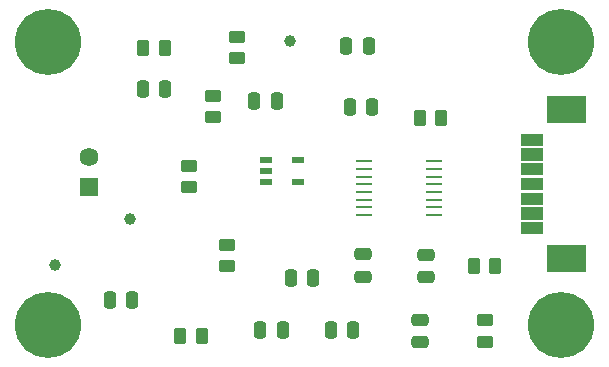
<source format=gts>
G04 #@! TF.GenerationSoftware,KiCad,Pcbnew,8.0.6*
G04 #@! TF.CreationDate,2025-01-26T18:36:01-05:00*
G04 #@! TF.ProjectId,Mic_Board_Omni_NEW,4d69635f-426f-4617-9264-5f4f6d6e695f,rev?*
G04 #@! TF.SameCoordinates,Original*
G04 #@! TF.FileFunction,Soldermask,Top*
G04 #@! TF.FilePolarity,Negative*
%FSLAX46Y46*%
G04 Gerber Fmt 4.6, Leading zero omitted, Abs format (unit mm)*
G04 Created by KiCad (PCBNEW 8.0.6) date 2025-01-26 18:36:01*
%MOMM*%
%LPD*%
G01*
G04 APERTURE LIST*
G04 Aperture macros list*
%AMRoundRect*
0 Rectangle with rounded corners*
0 $1 Rounding radius*
0 $2 $3 $4 $5 $6 $7 $8 $9 X,Y pos of 4 corners*
0 Add a 4 corners polygon primitive as box body*
4,1,4,$2,$3,$4,$5,$6,$7,$8,$9,$2,$3,0*
0 Add four circle primitives for the rounded corners*
1,1,$1+$1,$2,$3*
1,1,$1+$1,$4,$5*
1,1,$1+$1,$6,$7*
1,1,$1+$1,$8,$9*
0 Add four rect primitives between the rounded corners*
20,1,$1+$1,$2,$3,$4,$5,0*
20,1,$1+$1,$4,$5,$6,$7,0*
20,1,$1+$1,$6,$7,$8,$9,0*
20,1,$1+$1,$8,$9,$2,$3,0*%
G04 Aperture macros list end*
%ADD10C,0.010000*%
%ADD11R,1.409700X0.279400*%
%ADD12RoundRect,0.250000X0.450000X-0.262500X0.450000X0.262500X-0.450000X0.262500X-0.450000X-0.262500X0*%
%ADD13RoundRect,0.250000X0.475000X-0.250000X0.475000X0.250000X-0.475000X0.250000X-0.475000X-0.250000X0*%
%ADD14C,1.000000*%
%ADD15C,5.600000*%
%ADD16RoundRect,0.250000X-0.262500X-0.450000X0.262500X-0.450000X0.262500X0.450000X-0.262500X0.450000X0*%
%ADD17RoundRect,0.102000X-0.689000X-0.689000X0.689000X-0.689000X0.689000X0.689000X-0.689000X0.689000X0*%
%ADD18C,1.582000*%
%ADD19R,0.977900X0.508000*%
%ADD20RoundRect,0.250000X-0.475000X0.250000X-0.475000X-0.250000X0.475000X-0.250000X0.475000X0.250000X0*%
%ADD21RoundRect,0.250000X0.250000X0.475000X-0.250000X0.475000X-0.250000X-0.475000X0.250000X-0.475000X0*%
%ADD22RoundRect,0.250000X-0.250000X-0.475000X0.250000X-0.475000X0.250000X0.475000X-0.250000X0.475000X0*%
G04 APERTURE END LIST*
D10*
X173876200Y-78226200D02*
X172123800Y-78226200D01*
X172123800Y-77273800D01*
X173876200Y-77273800D01*
X173876200Y-78226200D01*
G36*
X173876200Y-78226200D02*
G01*
X172123800Y-78226200D01*
X172123800Y-77273800D01*
X173876200Y-77273800D01*
X173876200Y-78226200D01*
G37*
X173876200Y-79476200D02*
X172123800Y-79476200D01*
X172123800Y-78523800D01*
X173876200Y-78523800D01*
X173876200Y-79476200D01*
G36*
X173876200Y-79476200D02*
G01*
X172123800Y-79476200D01*
X172123800Y-78523800D01*
X173876200Y-78523800D01*
X173876200Y-79476200D01*
G37*
X173876200Y-80726200D02*
X172123800Y-80726200D01*
X172123800Y-79773800D01*
X173876200Y-79773800D01*
X173876200Y-80726200D01*
G36*
X173876200Y-80726200D02*
G01*
X172123800Y-80726200D01*
X172123800Y-79773800D01*
X173876200Y-79773800D01*
X173876200Y-80726200D01*
G37*
X173876200Y-81976200D02*
X172123800Y-81976200D01*
X172123800Y-81023800D01*
X173876200Y-81023800D01*
X173876200Y-81976200D01*
G36*
X173876200Y-81976200D02*
G01*
X172123800Y-81976200D01*
X172123800Y-81023800D01*
X173876200Y-81023800D01*
X173876200Y-81976200D01*
G37*
X173876200Y-83226200D02*
X172123800Y-83226200D01*
X172123800Y-82273800D01*
X173876200Y-82273800D01*
X173876200Y-83226200D01*
G36*
X173876200Y-83226200D02*
G01*
X172123800Y-83226200D01*
X172123800Y-82273800D01*
X173876200Y-82273800D01*
X173876200Y-83226200D01*
G37*
X173876200Y-84476200D02*
X172123800Y-84476200D01*
X172123800Y-83523800D01*
X173876200Y-83523800D01*
X173876200Y-84476200D01*
G36*
X173876200Y-84476200D02*
G01*
X172123800Y-84476200D01*
X172123800Y-83523800D01*
X173876200Y-83523800D01*
X173876200Y-84476200D01*
G37*
X173876200Y-85726200D02*
X172123800Y-85726200D01*
X172123800Y-84773800D01*
X173876200Y-84773800D01*
X173876200Y-85726200D01*
G36*
X173876200Y-85726200D02*
G01*
X172123800Y-85726200D01*
X172123800Y-84773800D01*
X173876200Y-84773800D01*
X173876200Y-85726200D01*
G37*
X177476200Y-76326200D02*
X174323800Y-76326200D01*
X174323800Y-74073800D01*
X177476200Y-74073800D01*
X177476200Y-76326200D01*
G36*
X177476200Y-76326200D02*
G01*
X174323800Y-76326200D01*
X174323800Y-74073800D01*
X177476200Y-74073800D01*
X177476200Y-76326200D01*
G37*
X177476200Y-88926200D02*
X174323800Y-88926200D01*
X174323800Y-86673800D01*
X177476200Y-86673800D01*
X177476200Y-88926200D01*
G36*
X177476200Y-88926200D02*
G01*
X174323800Y-88926200D01*
X174323800Y-86673800D01*
X177476200Y-86673800D01*
X177476200Y-88926200D01*
G37*
D11*
X158777750Y-79625003D03*
X158777750Y-80275001D03*
X158777750Y-80925003D03*
X158777750Y-81575001D03*
X158777750Y-82225000D03*
X158777750Y-82875001D03*
X158777750Y-83525000D03*
X158777750Y-84175001D03*
X164683250Y-84175001D03*
X164683250Y-83525003D03*
X164683250Y-82875001D03*
X164683250Y-82225003D03*
X164683250Y-81575004D03*
X164683250Y-80925003D03*
X164683250Y-80275004D03*
X164683250Y-79625003D03*
D12*
X144000000Y-81825000D03*
X144000000Y-80000000D03*
D13*
X158730500Y-89400002D03*
X158730500Y-87500002D03*
D14*
X132636000Y-88400002D03*
D15*
X132000000Y-93500000D03*
X132000000Y-93500000D03*
D16*
X143230500Y-94400002D03*
X145055500Y-94400002D03*
D15*
X175500000Y-93500000D03*
D12*
X146000000Y-75912500D03*
X146000000Y-74087500D03*
D17*
X135500000Y-81770000D03*
D18*
X135500000Y-79230000D03*
D19*
X150500000Y-79500000D03*
X150500000Y-80450001D03*
X150500000Y-81400002D03*
X153230500Y-81400002D03*
X153230500Y-79500000D03*
D16*
X168087500Y-88500000D03*
X169912500Y-88500000D03*
D20*
X163500000Y-93050000D03*
X163500000Y-94950000D03*
D21*
X157900000Y-93900002D03*
X156000000Y-93900002D03*
D16*
X163500000Y-76000000D03*
X165325000Y-76000000D03*
D22*
X137280500Y-91400002D03*
X139180500Y-91400002D03*
D14*
X139000000Y-84500000D03*
D22*
X157600000Y-75000000D03*
X159500000Y-75000000D03*
D13*
X164000000Y-89450000D03*
X164000000Y-87550000D03*
D12*
X147230500Y-88500000D03*
X147230500Y-86675000D03*
D16*
X140087500Y-70000000D03*
X141912500Y-70000000D03*
D22*
X152600000Y-89500000D03*
X154500000Y-89500000D03*
D15*
X132000000Y-69500000D03*
D12*
X148000000Y-70912500D03*
X148000000Y-69087500D03*
D22*
X157280500Y-69900002D03*
X159180500Y-69900002D03*
D15*
X175500000Y-93500000D03*
X175500000Y-69500000D03*
X132000000Y-69500000D03*
D12*
X169000000Y-94912500D03*
X169000000Y-93087500D03*
D21*
X151400000Y-74500000D03*
X149500000Y-74500000D03*
D14*
X152500000Y-69400002D03*
D21*
X141950000Y-73500000D03*
X140050000Y-73500000D03*
X151900000Y-93900002D03*
X150000000Y-93900002D03*
M02*

</source>
